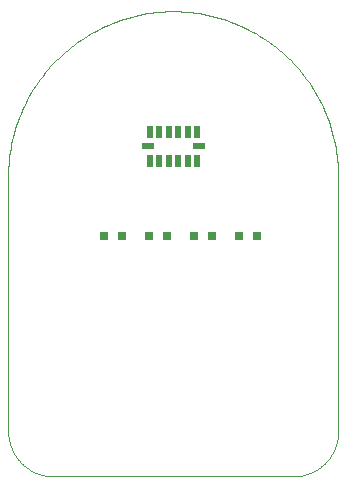
<source format=gtp>
G75*
%MOIN*%
%OFA0B0*%
%FSLAX25Y25*%
%IPPOS*%
%LPD*%
%AMOC8*
5,1,8,0,0,1.08239X$1,22.5*
%
%ADD10C,0.00000*%
%ADD11R,0.01969X0.03937*%
%ADD12R,0.03937X0.01969*%
%ADD13R,0.03150X0.03150*%
D10*
X0021800Y0019006D02*
X0101800Y0019006D01*
X0102162Y0019010D01*
X0102525Y0019024D01*
X0102887Y0019045D01*
X0103248Y0019076D01*
X0103608Y0019115D01*
X0103967Y0019163D01*
X0104325Y0019220D01*
X0104682Y0019285D01*
X0105037Y0019359D01*
X0105390Y0019442D01*
X0105741Y0019533D01*
X0106089Y0019632D01*
X0106435Y0019740D01*
X0106779Y0019856D01*
X0107119Y0019981D01*
X0107456Y0020113D01*
X0107790Y0020254D01*
X0108121Y0020403D01*
X0108448Y0020560D01*
X0108771Y0020724D01*
X0109090Y0020896D01*
X0109404Y0021076D01*
X0109715Y0021264D01*
X0110020Y0021459D01*
X0110321Y0021661D01*
X0110617Y0021871D01*
X0110907Y0022087D01*
X0111193Y0022311D01*
X0111473Y0022541D01*
X0111747Y0022778D01*
X0112015Y0023022D01*
X0112278Y0023272D01*
X0112534Y0023528D01*
X0112784Y0023791D01*
X0113028Y0024059D01*
X0113265Y0024333D01*
X0113495Y0024613D01*
X0113719Y0024899D01*
X0113935Y0025189D01*
X0114145Y0025485D01*
X0114347Y0025786D01*
X0114542Y0026091D01*
X0114730Y0026402D01*
X0114910Y0026716D01*
X0115082Y0027035D01*
X0115246Y0027358D01*
X0115403Y0027685D01*
X0115552Y0028016D01*
X0115693Y0028350D01*
X0115825Y0028687D01*
X0115950Y0029027D01*
X0116066Y0029371D01*
X0116174Y0029717D01*
X0116273Y0030065D01*
X0116364Y0030416D01*
X0116447Y0030769D01*
X0116521Y0031124D01*
X0116586Y0031481D01*
X0116643Y0031839D01*
X0116691Y0032198D01*
X0116730Y0032558D01*
X0116761Y0032919D01*
X0116782Y0033281D01*
X0116796Y0033644D01*
X0116800Y0034006D01*
X0116800Y0119006D01*
X0116784Y0120345D01*
X0116735Y0121684D01*
X0116653Y0123021D01*
X0116539Y0124355D01*
X0116393Y0125687D01*
X0116214Y0127014D01*
X0116003Y0128337D01*
X0115759Y0129654D01*
X0115484Y0130965D01*
X0115177Y0132268D01*
X0114838Y0133564D01*
X0114468Y0134851D01*
X0114067Y0136129D01*
X0113634Y0137397D01*
X0113171Y0138654D01*
X0112677Y0139899D01*
X0112153Y0141132D01*
X0111600Y0142351D01*
X0111016Y0143557D01*
X0110404Y0144748D01*
X0109763Y0145924D01*
X0109093Y0147084D01*
X0108395Y0148227D01*
X0107670Y0149353D01*
X0106917Y0150461D01*
X0106138Y0151551D01*
X0105332Y0152621D01*
X0104501Y0153671D01*
X0103644Y0154700D01*
X0102762Y0155709D01*
X0101857Y0156695D01*
X0100927Y0157659D01*
X0099974Y0158601D01*
X0098999Y0159519D01*
X0098001Y0160412D01*
X0096982Y0161282D01*
X0095942Y0162126D01*
X0094882Y0162944D01*
X0093802Y0163737D01*
X0092704Y0164503D01*
X0091586Y0165242D01*
X0090452Y0165954D01*
X0089300Y0166637D01*
X0088132Y0167293D01*
X0086948Y0167920D01*
X0085750Y0168518D01*
X0084537Y0169086D01*
X0083311Y0169625D01*
X0082072Y0170134D01*
X0080821Y0170612D01*
X0079558Y0171060D01*
X0078286Y0171477D01*
X0077003Y0171863D01*
X0075711Y0172218D01*
X0074411Y0172541D01*
X0073104Y0172832D01*
X0071790Y0173091D01*
X0070470Y0173318D01*
X0069145Y0173513D01*
X0067815Y0173676D01*
X0066482Y0173806D01*
X0065147Y0173904D01*
X0063809Y0173969D01*
X0062470Y0174002D01*
X0061130Y0174002D01*
X0059791Y0173969D01*
X0058453Y0173904D01*
X0057118Y0173806D01*
X0055785Y0173676D01*
X0054455Y0173513D01*
X0053130Y0173318D01*
X0051810Y0173091D01*
X0050496Y0172832D01*
X0049189Y0172541D01*
X0047889Y0172218D01*
X0046597Y0171863D01*
X0045314Y0171477D01*
X0044042Y0171060D01*
X0042779Y0170612D01*
X0041528Y0170134D01*
X0040289Y0169625D01*
X0039063Y0169086D01*
X0037850Y0168518D01*
X0036652Y0167920D01*
X0035468Y0167293D01*
X0034300Y0166637D01*
X0033148Y0165954D01*
X0032014Y0165242D01*
X0030896Y0164503D01*
X0029798Y0163737D01*
X0028718Y0162944D01*
X0027658Y0162126D01*
X0026618Y0161282D01*
X0025599Y0160412D01*
X0024601Y0159519D01*
X0023626Y0158601D01*
X0022673Y0157659D01*
X0021743Y0156695D01*
X0020838Y0155709D01*
X0019956Y0154700D01*
X0019099Y0153671D01*
X0018268Y0152621D01*
X0017462Y0151551D01*
X0016683Y0150461D01*
X0015930Y0149353D01*
X0015205Y0148227D01*
X0014507Y0147084D01*
X0013837Y0145924D01*
X0013196Y0144748D01*
X0012584Y0143557D01*
X0012000Y0142351D01*
X0011447Y0141132D01*
X0010923Y0139899D01*
X0010429Y0138654D01*
X0009966Y0137397D01*
X0009533Y0136129D01*
X0009132Y0134851D01*
X0008762Y0133564D01*
X0008423Y0132268D01*
X0008116Y0130965D01*
X0007841Y0129654D01*
X0007597Y0128337D01*
X0007386Y0127014D01*
X0007207Y0125687D01*
X0007061Y0124355D01*
X0006947Y0123021D01*
X0006865Y0121684D01*
X0006816Y0120345D01*
X0006800Y0119006D01*
X0006800Y0034006D01*
X0006804Y0033644D01*
X0006818Y0033281D01*
X0006839Y0032919D01*
X0006870Y0032558D01*
X0006909Y0032198D01*
X0006957Y0031839D01*
X0007014Y0031481D01*
X0007079Y0031124D01*
X0007153Y0030769D01*
X0007236Y0030416D01*
X0007327Y0030065D01*
X0007426Y0029717D01*
X0007534Y0029371D01*
X0007650Y0029027D01*
X0007775Y0028687D01*
X0007907Y0028350D01*
X0008048Y0028016D01*
X0008197Y0027685D01*
X0008354Y0027358D01*
X0008518Y0027035D01*
X0008690Y0026716D01*
X0008870Y0026402D01*
X0009058Y0026091D01*
X0009253Y0025786D01*
X0009455Y0025485D01*
X0009665Y0025189D01*
X0009881Y0024899D01*
X0010105Y0024613D01*
X0010335Y0024333D01*
X0010572Y0024059D01*
X0010816Y0023791D01*
X0011066Y0023528D01*
X0011322Y0023272D01*
X0011585Y0023022D01*
X0011853Y0022778D01*
X0012127Y0022541D01*
X0012407Y0022311D01*
X0012693Y0022087D01*
X0012983Y0021871D01*
X0013279Y0021661D01*
X0013580Y0021459D01*
X0013885Y0021264D01*
X0014196Y0021076D01*
X0014510Y0020896D01*
X0014829Y0020724D01*
X0015152Y0020560D01*
X0015479Y0020403D01*
X0015810Y0020254D01*
X0016144Y0020113D01*
X0016481Y0019981D01*
X0016821Y0019856D01*
X0017165Y0019740D01*
X0017511Y0019632D01*
X0017859Y0019533D01*
X0018210Y0019442D01*
X0018563Y0019359D01*
X0018918Y0019285D01*
X0019275Y0019220D01*
X0019633Y0019163D01*
X0019992Y0019115D01*
X0020352Y0019076D01*
X0020713Y0019045D01*
X0021075Y0019024D01*
X0021438Y0019010D01*
X0021800Y0019006D01*
D11*
X0054044Y0124281D03*
X0057194Y0124281D03*
X0060343Y0124281D03*
X0063493Y0124281D03*
X0066643Y0124281D03*
X0069792Y0124281D03*
X0069792Y0133730D03*
X0066643Y0133730D03*
X0063493Y0133730D03*
X0060343Y0133730D03*
X0057194Y0133730D03*
X0054044Y0133730D03*
D12*
X0053335Y0129124D03*
X0070461Y0129124D03*
D13*
X0068847Y0099006D03*
X0074753Y0099006D03*
X0083847Y0099006D03*
X0089753Y0099006D03*
X0059753Y0099006D03*
X0053847Y0099006D03*
X0044753Y0099006D03*
X0038847Y0099006D03*
M02*

</source>
